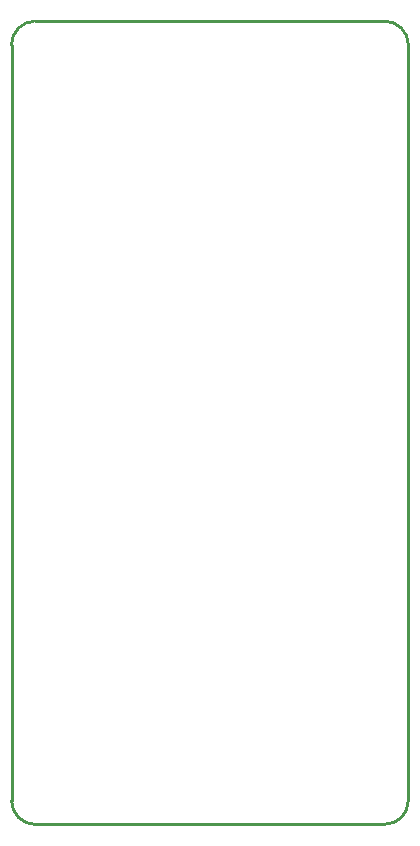
<source format=gko>
G04 Layer: BoardOutlineLayer*
G04 EasyEDA v6.4.32, 2022-03-05 12:23:48*
G04 1b2e3b3a17c3449da9e352887ce741fa,292cea30c40f4109b391fbfe46d023fa,10*
G04 Gerber Generator version 0.2*
G04 Scale: 100 percent, Rotated: No, Reflected: No *
G04 Dimensions in millimeters *
G04 leading zeros omitted , absolute positions ,4 integer and 5 decimal *
%FSLAX45Y45*%
%MOMM*%

%ADD10C,0.2540*%
D10*
X0Y-6599999D02*
G01*
X0Y-199999D01*
X3159998Y-6799999D02*
G01*
X199999Y-6799999D01*
X3360000Y-199999D02*
G01*
X3360000Y-6599999D01*
X199999Y0D02*
G01*
X3159998Y0D01*
G75*
G01*
X3159999Y0D02*
G02*
X3360001Y-200000I2J-200000D01*
G75*
G01*
X3360001Y-6600000D02*
G02*
X3159999Y-6799999I-200000J0D01*
G75*
G01*
X200000Y-6799999D02*
G02*
X0Y-6600000I0J199999D01*
G75*
G01*
X0Y-200000D02*
G02*
X200000Y0I200000J0D01*

%LPD*%
M02*

</source>
